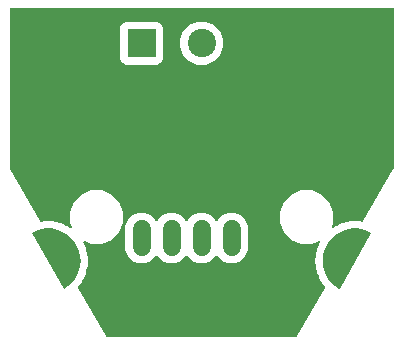
<source format=gbr>
G04 EAGLE Gerber RS-274X export*
G75*
%MOMM*%
%FSLAX34Y34*%
%LPD*%
%INTop Copper*%
%IPPOS*%
%AMOC8*
5,1,8,0,0,1.08239X$1,22.5*%
G01*
%ADD10C,1.000000*%
%ADD11C,1.524000*%
%ADD12R,2.400000X2.400000*%
%ADD13C,2.400000*%

G36*
X149922Y-8518D02*
X149922Y-8518D01*
X149990Y-8517D01*
X150043Y-8499D01*
X150098Y-8490D01*
X150158Y-8458D01*
X150222Y-8435D01*
X150266Y-8401D01*
X150316Y-8374D01*
X150362Y-8325D01*
X150415Y-8284D01*
X150462Y-8220D01*
X150485Y-8196D01*
X150494Y-8177D01*
X150515Y-8149D01*
X174328Y33099D01*
X174340Y33129D01*
X174358Y33156D01*
X174383Y33244D01*
X174415Y33329D01*
X174417Y33362D01*
X174425Y33393D01*
X174421Y33484D01*
X174424Y33575D01*
X174415Y33606D01*
X174414Y33638D01*
X174361Y33798D01*
X174332Y33860D01*
X174328Y33867D01*
X174325Y33875D01*
X174236Y34017D01*
X172838Y35768D01*
X172832Y35773D01*
X172828Y35781D01*
X172707Y35897D01*
X172379Y36148D01*
X171998Y36807D01*
X171977Y36833D01*
X171934Y36901D01*
X171459Y37496D01*
X171345Y37893D01*
X171341Y37901D01*
X171340Y37909D01*
X171273Y38063D01*
X170152Y40002D01*
X170146Y40009D01*
X170143Y40017D01*
X170041Y40150D01*
X169754Y40448D01*
X169476Y41156D01*
X169459Y41184D01*
X169426Y41258D01*
X169046Y41917D01*
X168992Y42327D01*
X168989Y42335D01*
X168989Y42343D01*
X168946Y42505D01*
X168126Y44590D01*
X168122Y44598D01*
X168120Y44606D01*
X168039Y44753D01*
X167799Y45090D01*
X167630Y45831D01*
X167617Y45862D01*
X167596Y45940D01*
X167318Y46648D01*
X167326Y47062D01*
X167324Y47070D01*
X167326Y47078D01*
X167307Y47245D01*
X166807Y49429D01*
X166804Y49437D01*
X166803Y49445D01*
X166745Y49603D01*
X166558Y49972D01*
X166501Y50730D01*
X166494Y50762D01*
X166484Y50843D01*
X166315Y51584D01*
X166384Y51992D01*
X166384Y52000D01*
X166387Y52009D01*
X166392Y52176D01*
X166224Y54410D01*
X166222Y54418D01*
X166223Y54427D01*
X166188Y54591D01*
X166059Y54984D01*
X166116Y55742D01*
X166113Y55775D01*
X166115Y55856D01*
X166058Y56615D01*
X166188Y57007D01*
X166189Y57016D01*
X166193Y57024D01*
X166223Y57189D01*
X166390Y59422D01*
X166389Y59431D01*
X166391Y59439D01*
X166381Y59607D01*
X166312Y60014D01*
X166481Y60756D01*
X166483Y60789D01*
X166498Y60869D01*
X166555Y61627D01*
X166741Y61996D01*
X166743Y62004D01*
X166748Y62011D01*
X166803Y62170D01*
X167301Y64354D01*
X167302Y64363D01*
X167305Y64371D01*
X167320Y64538D01*
X167312Y64951D01*
X167590Y65659D01*
X167597Y65691D01*
X167623Y65768D01*
X167792Y66510D01*
X168032Y66847D01*
X168035Y66855D01*
X168041Y66861D01*
X168119Y67009D01*
X168937Y69095D01*
X168939Y69103D01*
X168943Y69111D01*
X168983Y69274D01*
X169037Y69684D01*
X169417Y70343D01*
X169429Y70373D01*
X169466Y70445D01*
X169744Y71153D01*
X169750Y71160D01*
X169801Y71234D01*
X169859Y71303D01*
X169871Y71334D01*
X169890Y71362D01*
X169915Y71449D01*
X169947Y71533D01*
X169948Y71566D01*
X169958Y71598D01*
X169954Y71689D01*
X169957Y71779D01*
X169948Y71811D01*
X169947Y71844D01*
X169914Y71928D01*
X169889Y72015D01*
X169870Y72042D01*
X169858Y72073D01*
X169800Y72143D01*
X169749Y72217D01*
X169722Y72237D01*
X169700Y72263D01*
X169624Y72310D01*
X169551Y72364D01*
X169519Y72374D01*
X169491Y72392D01*
X169403Y72412D01*
X169317Y72440D01*
X169284Y72440D01*
X169251Y72447D01*
X169162Y72438D01*
X169071Y72438D01*
X169031Y72426D01*
X169007Y72423D01*
X168977Y72410D01*
X168910Y72391D01*
X163257Y70049D01*
X154243Y70049D01*
X145914Y73499D01*
X139539Y79874D01*
X136089Y88203D01*
X136089Y97217D01*
X139539Y105546D01*
X145914Y111921D01*
X154243Y115371D01*
X163257Y115371D01*
X171586Y111921D01*
X177961Y105546D01*
X181411Y97217D01*
X181411Y88203D01*
X179901Y84559D01*
X179895Y84533D01*
X179883Y84509D01*
X179867Y84413D01*
X179845Y84319D01*
X179848Y84293D01*
X179843Y84266D01*
X179859Y84171D01*
X179868Y84074D01*
X179879Y84050D01*
X179884Y84024D01*
X179929Y83938D01*
X179968Y83850D01*
X179986Y83830D01*
X179999Y83806D01*
X180069Y83740D01*
X180135Y83668D01*
X180158Y83656D01*
X180178Y83637D01*
X180265Y83597D01*
X180350Y83550D01*
X180377Y83545D01*
X180401Y83534D01*
X180497Y83523D01*
X180592Y83506D01*
X180619Y83510D01*
X180645Y83507D01*
X180740Y83528D01*
X180836Y83542D01*
X180859Y83554D01*
X180886Y83560D01*
X181034Y83639D01*
X181775Y84144D01*
X181781Y84150D01*
X181789Y84154D01*
X181913Y84266D01*
X182189Y84574D01*
X182874Y84905D01*
X182901Y84923D01*
X182973Y84961D01*
X183601Y85390D01*
X184006Y85475D01*
X184014Y85478D01*
X184022Y85478D01*
X184181Y85534D01*
X186198Y86507D01*
X186205Y86512D01*
X186214Y86514D01*
X186354Y86606D01*
X186672Y86870D01*
X187399Y87095D01*
X187429Y87109D01*
X187505Y87136D01*
X188190Y87467D01*
X188603Y87490D01*
X188611Y87492D01*
X188620Y87491D01*
X188785Y87523D01*
X190925Y88184D01*
X190933Y88187D01*
X190941Y88189D01*
X190942Y88189D01*
X190943Y88189D01*
X190945Y88191D01*
X191093Y88259D01*
X191447Y88473D01*
X192200Y88586D01*
X192231Y88596D01*
X192311Y88612D01*
X193037Y88836D01*
X193449Y88797D01*
X193458Y88798D01*
X193466Y88796D01*
X193634Y88803D01*
X195849Y89137D01*
X195857Y89140D01*
X195865Y89140D01*
X196026Y89187D01*
X196408Y89345D01*
X197169Y89345D01*
X197202Y89351D01*
X197282Y89354D01*
X198035Y89468D01*
X198436Y89368D01*
X198445Y89367D01*
X198452Y89364D01*
X198619Y89346D01*
X200859Y89347D01*
X200868Y89348D01*
X200876Y89347D01*
X201043Y89369D01*
X201444Y89469D01*
X202196Y89355D01*
X202229Y89356D01*
X202309Y89347D01*
X203070Y89347D01*
X203452Y89189D01*
X203461Y89187D01*
X203468Y89183D01*
X203630Y89140D01*
X205845Y88807D01*
X205854Y88807D01*
X205862Y88804D01*
X206030Y88801D01*
X206122Y88810D01*
X206153Y88818D01*
X206185Y88819D01*
X206272Y88849D01*
X206360Y88872D01*
X206387Y88890D01*
X206417Y88901D01*
X206489Y88957D01*
X206566Y89007D01*
X206586Y89033D01*
X206611Y89052D01*
X206710Y89187D01*
X232287Y133490D01*
X232328Y133597D01*
X232371Y133704D01*
X232372Y133714D01*
X232374Y133720D01*
X232375Y133742D01*
X232389Y133870D01*
X232389Y269388D01*
X232386Y269408D01*
X232388Y269427D01*
X232366Y269529D01*
X232350Y269631D01*
X232340Y269648D01*
X232336Y269668D01*
X232283Y269757D01*
X232234Y269848D01*
X232220Y269862D01*
X232210Y269879D01*
X232131Y269946D01*
X232056Y270018D01*
X232038Y270026D01*
X232023Y270039D01*
X231927Y270078D01*
X231833Y270121D01*
X231813Y270123D01*
X231795Y270131D01*
X231628Y270149D01*
X-91928Y270149D01*
X-91948Y270146D01*
X-91967Y270148D01*
X-92069Y270126D01*
X-92171Y270110D01*
X-92188Y270100D01*
X-92208Y270096D01*
X-92297Y270043D01*
X-92388Y269994D01*
X-92402Y269980D01*
X-92419Y269970D01*
X-92486Y269891D01*
X-92558Y269816D01*
X-92566Y269798D01*
X-92579Y269783D01*
X-92618Y269687D01*
X-92661Y269593D01*
X-92663Y269573D01*
X-92671Y269555D01*
X-92689Y269388D01*
X-92689Y133870D01*
X-92671Y133757D01*
X-92655Y133643D01*
X-92651Y133634D01*
X-92650Y133628D01*
X-92639Y133608D01*
X-92587Y133490D01*
X-67010Y89187D01*
X-66990Y89163D01*
X-66976Y89134D01*
X-66912Y89068D01*
X-66854Y88997D01*
X-66827Y88980D01*
X-66805Y88957D01*
X-66724Y88915D01*
X-66646Y88866D01*
X-66615Y88859D01*
X-66586Y88844D01*
X-66422Y88810D01*
X-66330Y88802D01*
X-66321Y88802D01*
X-66313Y88800D01*
X-66145Y88807D01*
X-63930Y89140D01*
X-63922Y89142D01*
X-63913Y89143D01*
X-63752Y89189D01*
X-63370Y89347D01*
X-62609Y89347D01*
X-62577Y89352D01*
X-62496Y89355D01*
X-61744Y89469D01*
X-61343Y89369D01*
X-61334Y89368D01*
X-61326Y89365D01*
X-61159Y89347D01*
X-58919Y89346D01*
X-58911Y89347D01*
X-58902Y89346D01*
X-58736Y89368D01*
X-58335Y89468D01*
X-57582Y89354D01*
X-57549Y89354D01*
X-57469Y89345D01*
X-56708Y89345D01*
X-56326Y89187D01*
X-56318Y89185D01*
X-56311Y89180D01*
X-56149Y89137D01*
X-53934Y88803D01*
X-53925Y88803D01*
X-53917Y88800D01*
X-53749Y88797D01*
X-53337Y88836D01*
X-52611Y88612D01*
X-52578Y88607D01*
X-52500Y88586D01*
X-51747Y88473D01*
X-51393Y88259D01*
X-51385Y88256D01*
X-51379Y88250D01*
X-51225Y88184D01*
X-49085Y87523D01*
X-49076Y87521D01*
X-49068Y87518D01*
X-48903Y87490D01*
X-48490Y87467D01*
X-47805Y87136D01*
X-47773Y87127D01*
X-47699Y87095D01*
X-46972Y86870D01*
X-46654Y86606D01*
X-46646Y86602D01*
X-46641Y86596D01*
X-46498Y86507D01*
X-44481Y85534D01*
X-44472Y85532D01*
X-44465Y85527D01*
X-44306Y85475D01*
X-43901Y85390D01*
X-43273Y84961D01*
X-43243Y84948D01*
X-43174Y84905D01*
X-42489Y84574D01*
X-42213Y84266D01*
X-42207Y84260D01*
X-42202Y84253D01*
X-42075Y84144D01*
X-41334Y83639D01*
X-41310Y83627D01*
X-41289Y83610D01*
X-41199Y83575D01*
X-41111Y83535D01*
X-41084Y83532D01*
X-41059Y83522D01*
X-40963Y83518D01*
X-40866Y83507D01*
X-40840Y83513D01*
X-40814Y83512D01*
X-40721Y83538D01*
X-40626Y83559D01*
X-40603Y83573D01*
X-40577Y83580D01*
X-40498Y83635D01*
X-40415Y83685D01*
X-40397Y83705D01*
X-40375Y83720D01*
X-40317Y83798D01*
X-40254Y83871D01*
X-40244Y83896D01*
X-40228Y83918D01*
X-40198Y84010D01*
X-40162Y84099D01*
X-40161Y84126D01*
X-40152Y84152D01*
X-40153Y84248D01*
X-40147Y84345D01*
X-40154Y84371D01*
X-40155Y84398D01*
X-40201Y84559D01*
X-41711Y88203D01*
X-41711Y97217D01*
X-38261Y105546D01*
X-31886Y111921D01*
X-23557Y115371D01*
X-14543Y115371D01*
X-6214Y111921D01*
X161Y105546D01*
X3611Y97217D01*
X3611Y88203D01*
X161Y79874D01*
X-6214Y73499D01*
X-14543Y70049D01*
X-23557Y70049D01*
X-29210Y72391D01*
X-29298Y72411D01*
X-29384Y72440D01*
X-29417Y72439D01*
X-29450Y72447D01*
X-29540Y72438D01*
X-29630Y72438D01*
X-29661Y72427D01*
X-29695Y72424D01*
X-29777Y72387D01*
X-29863Y72358D01*
X-29889Y72337D01*
X-29919Y72324D01*
X-29986Y72263D01*
X-30057Y72208D01*
X-30076Y72180D01*
X-30101Y72157D01*
X-30144Y72078D01*
X-30194Y72003D01*
X-30203Y71971D01*
X-30219Y71942D01*
X-30235Y71853D01*
X-30259Y71766D01*
X-30257Y71733D01*
X-30263Y71700D01*
X-30250Y71611D01*
X-30244Y71520D01*
X-30232Y71489D01*
X-30227Y71457D01*
X-30186Y71376D01*
X-30152Y71292D01*
X-30126Y71259D01*
X-30116Y71237D01*
X-30093Y71215D01*
X-30050Y71159D01*
X-30044Y71153D01*
X-29766Y70445D01*
X-29750Y70417D01*
X-29717Y70343D01*
X-29337Y69684D01*
X-29283Y69274D01*
X-29281Y69265D01*
X-29281Y69257D01*
X-29237Y69095D01*
X-28419Y67009D01*
X-28415Y67002D01*
X-28413Y66994D01*
X-28332Y66847D01*
X-28092Y66510D01*
X-27923Y65768D01*
X-27911Y65737D01*
X-27890Y65659D01*
X-27612Y64951D01*
X-27620Y64538D01*
X-27619Y64529D01*
X-27620Y64521D01*
X-27601Y64354D01*
X-27103Y62170D01*
X-27100Y62162D01*
X-27099Y62153D01*
X-27041Y61996D01*
X-26855Y61627D01*
X-26798Y60869D01*
X-26790Y60837D01*
X-26781Y60756D01*
X-26612Y60014D01*
X-26681Y59607D01*
X-26681Y59598D01*
X-26684Y59590D01*
X-26690Y59422D01*
X-26523Y57189D01*
X-26521Y57180D01*
X-26522Y57172D01*
X-26487Y57007D01*
X-26358Y56615D01*
X-26415Y55856D01*
X-26413Y55823D01*
X-26416Y55742D01*
X-26359Y54984D01*
X-26488Y54591D01*
X-26490Y54583D01*
X-26493Y54575D01*
X-26524Y54410D01*
X-26692Y52176D01*
X-26692Y52168D01*
X-26694Y52159D01*
X-26684Y51992D01*
X-26615Y51584D01*
X-26784Y50843D01*
X-26786Y50810D01*
X-26801Y50730D01*
X-26858Y49971D01*
X-27045Y49603D01*
X-27047Y49594D01*
X-27052Y49587D01*
X-27107Y49429D01*
X-27607Y47245D01*
X-27607Y47237D01*
X-27610Y47229D01*
X-27626Y47062D01*
X-27618Y46648D01*
X-27896Y45940D01*
X-27903Y45908D01*
X-27930Y45831D01*
X-28099Y45090D01*
X-28339Y44753D01*
X-28342Y44745D01*
X-28348Y44739D01*
X-28426Y44590D01*
X-29246Y42505D01*
X-29247Y42497D01*
X-29252Y42489D01*
X-29292Y42327D01*
X-29346Y41917D01*
X-29726Y41258D01*
X-29738Y41227D01*
X-29776Y41156D01*
X-30054Y40448D01*
X-30341Y40150D01*
X-30346Y40143D01*
X-30352Y40138D01*
X-30452Y40002D01*
X-31573Y38063D01*
X-31576Y38055D01*
X-31581Y38048D01*
X-31645Y37893D01*
X-31759Y37496D01*
X-32234Y36901D01*
X-32250Y36872D01*
X-32298Y36807D01*
X-32679Y36148D01*
X-33007Y35897D01*
X-33013Y35891D01*
X-33020Y35886D01*
X-33138Y35768D01*
X-34536Y34017D01*
X-34540Y34009D01*
X-34546Y34003D01*
X-34632Y33860D01*
X-34661Y33798D01*
X-34669Y33766D01*
X-34685Y33738D01*
X-34702Y33648D01*
X-34726Y33560D01*
X-34724Y33528D01*
X-34730Y33496D01*
X-34717Y33406D01*
X-34712Y33315D01*
X-34700Y33285D01*
X-34696Y33253D01*
X-34628Y33099D01*
X-10815Y-8149D01*
X-10772Y-8201D01*
X-10737Y-8259D01*
X-10695Y-8295D01*
X-10659Y-8339D01*
X-10602Y-8375D01*
X-10550Y-8419D01*
X-10498Y-8440D01*
X-10451Y-8470D01*
X-10385Y-8486D01*
X-10322Y-8511D01*
X-10243Y-8520D01*
X-10211Y-8527D01*
X-10191Y-8525D01*
X-10155Y-8529D01*
X149855Y-8529D01*
X149922Y-8518D01*
G37*
%LPC*%
G36*
X16322Y53593D02*
X16322Y53593D01*
X11280Y55682D01*
X7422Y59540D01*
X5333Y64582D01*
X5333Y85278D01*
X7422Y90320D01*
X11280Y94178D01*
X16322Y96267D01*
X21778Y96267D01*
X26820Y94178D01*
X30678Y90320D01*
X31047Y89431D01*
X31084Y89370D01*
X31114Y89305D01*
X31149Y89266D01*
X31176Y89222D01*
X31232Y89176D01*
X31280Y89123D01*
X31326Y89098D01*
X31366Y89065D01*
X31433Y89039D01*
X31496Y89005D01*
X31547Y88996D01*
X31595Y88977D01*
X31667Y88974D01*
X31738Y88961D01*
X31789Y88969D01*
X31841Y88967D01*
X31910Y88986D01*
X31981Y88997D01*
X32027Y89021D01*
X32077Y89035D01*
X32136Y89076D01*
X32200Y89108D01*
X32237Y89146D01*
X32279Y89175D01*
X32322Y89233D01*
X32372Y89284D01*
X32407Y89347D01*
X32426Y89373D01*
X32434Y89395D01*
X32453Y89431D01*
X32822Y90320D01*
X36680Y94178D01*
X41722Y96267D01*
X47178Y96267D01*
X52220Y94178D01*
X56078Y90320D01*
X56447Y89431D01*
X56484Y89370D01*
X56514Y89305D01*
X56549Y89266D01*
X56576Y89222D01*
X56632Y89176D01*
X56680Y89123D01*
X56726Y89098D01*
X56766Y89065D01*
X56833Y89039D01*
X56896Y89005D01*
X56947Y88996D01*
X56995Y88977D01*
X57067Y88974D01*
X57138Y88961D01*
X57189Y88969D01*
X57241Y88967D01*
X57310Y88986D01*
X57381Y88997D01*
X57427Y89021D01*
X57477Y89035D01*
X57536Y89076D01*
X57600Y89108D01*
X57637Y89146D01*
X57679Y89175D01*
X57722Y89233D01*
X57772Y89284D01*
X57807Y89347D01*
X57826Y89373D01*
X57834Y89395D01*
X57853Y89431D01*
X58222Y90320D01*
X62080Y94178D01*
X67122Y96267D01*
X72578Y96267D01*
X77620Y94178D01*
X81478Y90320D01*
X81847Y89431D01*
X81884Y89370D01*
X81914Y89305D01*
X81949Y89266D01*
X81976Y89222D01*
X82032Y89176D01*
X82080Y89123D01*
X82126Y89098D01*
X82166Y89065D01*
X82233Y89039D01*
X82296Y89005D01*
X82347Y88996D01*
X82395Y88977D01*
X82467Y88974D01*
X82538Y88961D01*
X82589Y88969D01*
X82641Y88967D01*
X82710Y88986D01*
X82781Y88997D01*
X82827Y89021D01*
X82877Y89035D01*
X82936Y89076D01*
X83000Y89108D01*
X83037Y89146D01*
X83079Y89175D01*
X83122Y89233D01*
X83172Y89284D01*
X83207Y89347D01*
X83226Y89373D01*
X83234Y89395D01*
X83253Y89431D01*
X83622Y90320D01*
X87480Y94178D01*
X92522Y96267D01*
X97978Y96267D01*
X103020Y94178D01*
X106878Y90320D01*
X108967Y85278D01*
X108967Y64582D01*
X106878Y59540D01*
X103020Y55682D01*
X97978Y53593D01*
X92522Y53593D01*
X87480Y55682D01*
X83622Y59540D01*
X83253Y60429D01*
X83216Y60490D01*
X83186Y60555D01*
X83151Y60594D01*
X83124Y60638D01*
X83069Y60684D01*
X83020Y60737D01*
X82974Y60762D01*
X82934Y60795D01*
X82867Y60821D01*
X82804Y60855D01*
X82753Y60864D01*
X82705Y60883D01*
X82633Y60886D01*
X82562Y60899D01*
X82511Y60891D01*
X82459Y60893D01*
X82390Y60874D01*
X82319Y60863D01*
X82273Y60839D01*
X82223Y60825D01*
X82164Y60784D01*
X82100Y60752D01*
X82063Y60714D01*
X82021Y60685D01*
X81978Y60627D01*
X81928Y60576D01*
X81893Y60513D01*
X81874Y60487D01*
X81867Y60465D01*
X81847Y60429D01*
X81478Y59540D01*
X77620Y55682D01*
X72578Y53593D01*
X67122Y53593D01*
X62080Y55682D01*
X58222Y59540D01*
X57853Y60429D01*
X57816Y60490D01*
X57786Y60555D01*
X57751Y60594D01*
X57724Y60638D01*
X57669Y60684D01*
X57620Y60737D01*
X57574Y60762D01*
X57534Y60795D01*
X57467Y60821D01*
X57404Y60855D01*
X57353Y60864D01*
X57305Y60883D01*
X57233Y60886D01*
X57162Y60899D01*
X57111Y60891D01*
X57059Y60893D01*
X56990Y60874D01*
X56919Y60863D01*
X56873Y60839D01*
X56823Y60825D01*
X56764Y60784D01*
X56700Y60752D01*
X56663Y60714D01*
X56621Y60685D01*
X56578Y60627D01*
X56528Y60576D01*
X56493Y60513D01*
X56474Y60487D01*
X56467Y60465D01*
X56447Y60429D01*
X56078Y59540D01*
X52220Y55682D01*
X47178Y53593D01*
X41722Y53593D01*
X36680Y55682D01*
X32822Y59540D01*
X32453Y60429D01*
X32416Y60490D01*
X32386Y60555D01*
X32351Y60594D01*
X32324Y60638D01*
X32269Y60684D01*
X32220Y60737D01*
X32174Y60762D01*
X32134Y60795D01*
X32067Y60821D01*
X32004Y60855D01*
X31953Y60864D01*
X31905Y60883D01*
X31833Y60886D01*
X31762Y60899D01*
X31711Y60891D01*
X31659Y60893D01*
X31590Y60874D01*
X31519Y60863D01*
X31473Y60839D01*
X31423Y60825D01*
X31364Y60784D01*
X31300Y60752D01*
X31263Y60714D01*
X31221Y60685D01*
X31178Y60627D01*
X31128Y60576D01*
X31093Y60513D01*
X31074Y60487D01*
X31067Y60465D01*
X31047Y60429D01*
X30678Y59540D01*
X26820Y55682D01*
X21778Y53593D01*
X16322Y53593D01*
G37*
%LPD*%
%LPC*%
G36*
X5837Y221933D02*
X5837Y221933D01*
X3596Y222861D01*
X1881Y224576D01*
X953Y226817D01*
X953Y253243D01*
X1881Y255484D01*
X3596Y257199D01*
X5837Y258127D01*
X32263Y258127D01*
X34504Y257199D01*
X36219Y255484D01*
X37147Y253243D01*
X37147Y226817D01*
X36219Y224576D01*
X34504Y222861D01*
X32263Y221933D01*
X5837Y221933D01*
G37*
%LPD*%
G36*
X186278Y31921D02*
X186278Y31921D01*
X186351Y31921D01*
X186376Y31932D01*
X186403Y31935D01*
X186467Y31971D01*
X186534Y31999D01*
X186553Y32019D01*
X186576Y32032D01*
X186644Y32113D01*
X186672Y32143D01*
X186675Y32152D01*
X186682Y32161D01*
X213682Y78961D01*
X213691Y78986D01*
X213707Y79009D01*
X213722Y79080D01*
X213746Y79149D01*
X213743Y79176D01*
X213749Y79203D01*
X213736Y79274D01*
X213730Y79347D01*
X213717Y79372D01*
X213712Y79398D01*
X213672Y79459D01*
X213638Y79524D01*
X213617Y79541D01*
X213602Y79564D01*
X213516Y79625D01*
X213485Y79650D01*
X213476Y79653D01*
X213466Y79660D01*
X209828Y81411D01*
X209797Y81418D01*
X209759Y81438D01*
X205900Y82627D01*
X205868Y82630D01*
X205827Y82643D01*
X201834Y83244D01*
X201803Y83242D01*
X201760Y83249D01*
X197722Y83248D01*
X197691Y83242D01*
X197648Y83242D01*
X193656Y82639D01*
X193626Y82628D01*
X193583Y82623D01*
X189725Y81431D01*
X189697Y81416D01*
X189656Y81404D01*
X186018Y79651D01*
X185993Y79632D01*
X185954Y79614D01*
X182618Y77338D01*
X182596Y77315D01*
X182560Y77292D01*
X179601Y74544D01*
X179582Y74519D01*
X179550Y74490D01*
X177034Y71332D01*
X177019Y71304D01*
X176992Y71270D01*
X174974Y67773D01*
X174964Y67743D01*
X174942Y67706D01*
X173468Y63947D01*
X173462Y63915D01*
X173446Y63875D01*
X172549Y59939D01*
X172548Y59907D01*
X172538Y59865D01*
X172237Y55839D01*
X172241Y55807D01*
X172237Y55764D01*
X172540Y51738D01*
X172549Y51707D01*
X172551Y51664D01*
X173451Y47728D01*
X173464Y47699D01*
X173473Y47656D01*
X174949Y43898D01*
X174967Y43871D01*
X174982Y43831D01*
X177002Y40335D01*
X177023Y40311D01*
X177044Y40273D01*
X179562Y37117D01*
X179587Y37097D01*
X179613Y37063D01*
X182574Y34317D01*
X182601Y34301D01*
X182632Y34271D01*
X185969Y31997D01*
X185994Y31987D01*
X186015Y31970D01*
X186085Y31949D01*
X186152Y31920D01*
X186180Y31921D01*
X186206Y31913D01*
X186278Y31921D01*
G37*
G36*
X-46546Y31920D02*
X-46546Y31920D01*
X-46473Y31917D01*
X-46447Y31926D01*
X-46420Y31928D01*
X-46324Y31972D01*
X-46286Y31986D01*
X-46279Y31993D01*
X-46269Y31997D01*
X-42932Y34271D01*
X-42910Y34294D01*
X-42874Y34317D01*
X-39913Y37063D01*
X-39894Y37089D01*
X-39862Y37117D01*
X-37344Y40273D01*
X-37329Y40302D01*
X-37302Y40335D01*
X-35282Y43831D01*
X-35272Y43861D01*
X-35249Y43898D01*
X-33773Y47656D01*
X-33768Y47688D01*
X-33751Y47728D01*
X-32851Y51664D01*
X-32851Y51696D01*
X-32840Y51738D01*
X-32537Y55764D01*
X-32541Y55795D01*
X-32537Y55839D01*
X-32838Y59865D01*
X-32846Y59896D01*
X-32849Y59939D01*
X-33746Y63875D01*
X-33759Y63904D01*
X-33768Y63947D01*
X-35242Y67706D01*
X-35259Y67733D01*
X-35274Y67773D01*
X-37292Y71270D01*
X-37313Y71294D01*
X-37334Y71332D01*
X-39850Y74490D01*
X-39875Y74510D01*
X-39901Y74544D01*
X-42860Y77292D01*
X-42887Y77308D01*
X-42918Y77338D01*
X-46254Y79614D01*
X-46283Y79626D01*
X-46318Y79651D01*
X-49956Y81404D01*
X-49986Y81412D01*
X-50025Y81431D01*
X-53883Y82623D01*
X-53915Y82626D01*
X-53956Y82639D01*
X-57948Y83242D01*
X-57980Y83241D01*
X-58022Y83248D01*
X-62060Y83249D01*
X-62091Y83243D01*
X-62134Y83244D01*
X-66127Y82643D01*
X-66157Y82632D01*
X-66200Y82627D01*
X-70059Y81438D01*
X-70087Y81423D01*
X-70128Y81411D01*
X-73766Y79660D01*
X-73788Y79643D01*
X-73814Y79634D01*
X-73867Y79584D01*
X-73925Y79540D01*
X-73938Y79516D01*
X-73958Y79497D01*
X-73988Y79431D01*
X-74024Y79367D01*
X-74027Y79340D01*
X-74038Y79315D01*
X-74039Y79242D01*
X-74048Y79170D01*
X-74040Y79144D01*
X-74040Y79116D01*
X-74004Y79018D01*
X-73992Y78979D01*
X-73986Y78971D01*
X-73982Y78961D01*
X-46982Y32161D01*
X-46964Y32140D01*
X-46953Y32115D01*
X-46899Y32066D01*
X-46851Y32012D01*
X-46826Y32000D01*
X-46806Y31981D01*
X-46737Y31957D01*
X-46671Y31926D01*
X-46644Y31925D01*
X-46619Y31915D01*
X-46546Y31920D01*
G37*
%LPC*%
G36*
X66250Y221933D02*
X66250Y221933D01*
X59599Y224688D01*
X54508Y229779D01*
X51753Y236430D01*
X51753Y243630D01*
X54508Y250281D01*
X59599Y255372D01*
X66250Y258127D01*
X73450Y258127D01*
X80101Y255372D01*
X85192Y250281D01*
X87947Y243630D01*
X87947Y236430D01*
X85192Y229779D01*
X80101Y224688D01*
X73450Y221933D01*
X66250Y221933D01*
G37*
%LPD*%
D10*
X193750Y59310D03*
X-54050Y59310D03*
D11*
X120650Y67310D02*
X120650Y82550D01*
X95250Y82550D02*
X95250Y67310D01*
X69850Y67310D02*
X69850Y82550D01*
X44450Y82550D02*
X44450Y67310D01*
X19050Y67310D02*
X19050Y82550D01*
D12*
X19050Y240030D03*
D13*
X69850Y240030D03*
X120650Y240030D03*
M02*

</source>
